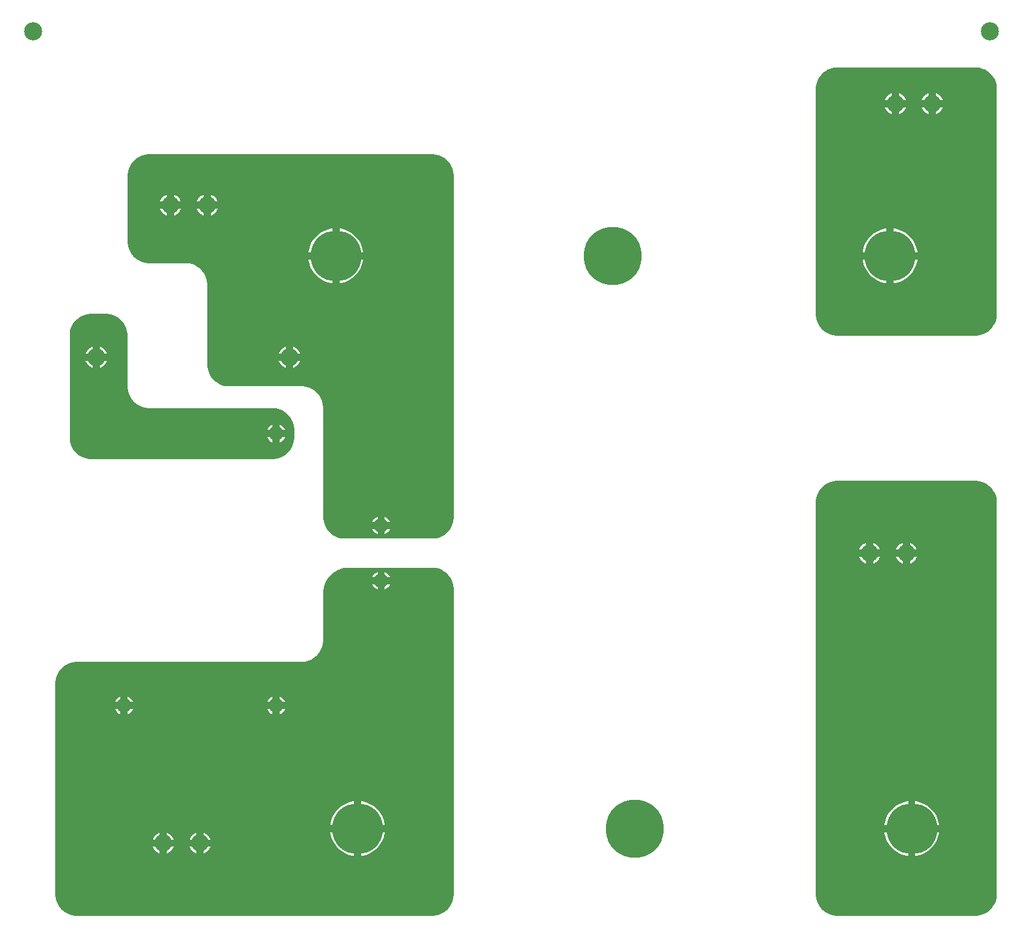
<source format=gtl>
G04 Layer_Physical_Order=1*
G04 Layer_Color=255*
%FSLAX44Y44*%
%MOMM*%
G71*
G01*
G75*
%ADD10C,7.0000*%
%ADD11C,8.0000*%
%ADD12C,2.4130*%
%ADD13C,2.0320*%
%ADD14C,2.5000*%
%ADD15C,2.0000*%
%ADD16C,1.2000*%
G36*
X1130000Y1470000D02*
X1320000D01*
X1320000Y1470000D01*
X1320000Y1470000D01*
X1321966Y1470000D01*
X1325865Y1469487D01*
X1329664Y1468469D01*
X1333297Y1466964D01*
X1336703Y1464998D01*
X1339823Y1462603D01*
X1342603Y1459823D01*
X1344998Y1456703D01*
X1346964Y1453297D01*
X1348469Y1449664D01*
X1349487Y1445865D01*
X1350000Y1441966D01*
Y1440000D01*
X1350000Y1130000D01*
X1350000Y1130000D01*
Y1128034D01*
X1349487Y1124135D01*
X1348469Y1120336D01*
X1346964Y1116703D01*
X1344998Y1113297D01*
X1342603Y1110177D01*
X1339823Y1107396D01*
X1336703Y1105002D01*
X1333297Y1103036D01*
X1329664Y1101531D01*
X1325865Y1100513D01*
X1321966Y1100000D01*
X1320000D01*
X1130000Y1100000D01*
X1130000Y1100000D01*
X1128034Y1100000D01*
X1124135Y1100513D01*
X1120336Y1101531D01*
X1116703Y1103036D01*
X1113297Y1105002D01*
X1110177Y1107396D01*
X1107396Y1110177D01*
X1105002Y1113297D01*
X1103036Y1116703D01*
X1101531Y1120336D01*
X1100513Y1124135D01*
X1100000Y1128034D01*
Y1130000D01*
Y1440000D01*
X1100000Y1441966D01*
X1100513Y1445865D01*
X1101531Y1449664D01*
X1103036Y1453297D01*
X1105002Y1456703D01*
X1107396Y1459823D01*
X1110177Y1462604D01*
X1113297Y1464998D01*
X1116703Y1466964D01*
X1120336Y1468469D01*
X1124135Y1469487D01*
X1128034Y1470000D01*
X1130000Y1470000D01*
D02*
G37*
G36*
X120000Y1130000D02*
X120000Y1130000D01*
X121966Y1130000D01*
X125865Y1129487D01*
X129664Y1128469D01*
X133297Y1126964D01*
X136703Y1124998D01*
X139823Y1122604D01*
X142604Y1119823D01*
X144998Y1116703D01*
X146964Y1113297D01*
X148469Y1109664D01*
X149487Y1105865D01*
X150000Y1101966D01*
X150000Y1100000D01*
X150000Y1030000D01*
X150064Y1028038D01*
X150576Y1024147D01*
X151592Y1020357D01*
X153094Y1016731D01*
X155056Y1013333D01*
X157445Y1010219D01*
X160220Y1007445D01*
X163333Y1005056D01*
X166731Y1003094D01*
X170357Y1001592D01*
X174147Y1000576D01*
X178038Y1000064D01*
X180000Y1000000D01*
X350000Y1000000D01*
X350000Y1000000D01*
X350000Y1000000D01*
X351966Y1000000D01*
X355865Y999486D01*
X359664Y998469D01*
X363297Y996964D01*
X366703Y994998D01*
X369823Y992604D01*
X372603Y989823D01*
X374998Y986703D01*
X376964Y983297D01*
X378469Y979664D01*
X379487Y975865D01*
X380000Y971966D01*
X380000Y970000D01*
X380000Y960000D01*
X380000Y960000D01*
X380000Y958034D01*
X379487Y954135D01*
X378469Y950336D01*
X376964Y946703D01*
X374997Y943297D01*
X372603Y940177D01*
X369823Y937396D01*
X366703Y935002D01*
X363297Y933036D01*
X359664Y931531D01*
X355865Y930513D01*
X351966Y930000D01*
X350000D01*
X100000Y930000D01*
X100000Y930000D01*
X98034Y930000D01*
X94135Y930514D01*
X90336Y931531D01*
X86703Y933036D01*
X83297Y935003D01*
X80177Y937397D01*
X77396Y940177D01*
X75002Y943297D01*
X73036Y946703D01*
X71531Y950336D01*
X70513Y954135D01*
X70000Y958034D01*
Y960000D01*
X70000Y1098804D01*
X70000Y1100000D01*
X70000Y1100000D01*
X70000Y1100000D01*
X70000Y1101966D01*
X70513Y1105865D01*
X71531Y1109664D01*
X73036Y1113297D01*
X75002Y1116703D01*
X77396Y1119823D01*
X80177Y1122604D01*
X83297Y1124998D01*
X86703Y1126964D01*
X90336Y1128469D01*
X94135Y1129487D01*
X98034Y1130000D01*
X100000Y1130000D01*
X120000Y1130000D01*
X120000Y1130000D01*
D02*
G37*
G36*
X570000Y780000D02*
X570000Y780000D01*
X571966Y780000D01*
X575865Y779487D01*
X579664Y778469D01*
X583297Y776964D01*
X586703Y774998D01*
X589823Y772604D01*
X592603Y769823D01*
X594998Y766703D01*
X596964Y763297D01*
X598469Y759664D01*
X599487Y755865D01*
X600000Y751966D01*
X600000Y750000D01*
X600000Y330000D01*
X600000Y330000D01*
Y328034D01*
X599487Y324135D01*
X598469Y320336D01*
X596964Y316703D01*
X594997Y313297D01*
X592603Y310177D01*
X589823Y307396D01*
X586703Y305002D01*
X583297Y303036D01*
X579664Y301531D01*
X575865Y300513D01*
X571966Y300000D01*
X570000D01*
X80000Y300000D01*
X78033Y300000D01*
X74134Y300513D01*
X70336Y301531D01*
X66703Y303036D01*
X63297Y305002D01*
X60177Y307396D01*
X57396Y310177D01*
X55002Y313297D01*
X53036Y316703D01*
X51531Y320336D01*
X50513Y324135D01*
X50000Y328034D01*
X50000Y330000D01*
X50000Y618804D01*
X50000Y620000D01*
X50000Y620000D01*
X50000Y620000D01*
X50000Y620000D01*
X50000Y621966D01*
X50513Y625865D01*
X51531Y629664D01*
X53036Y633297D01*
X55002Y636703D01*
X57396Y639823D01*
X60177Y642604D01*
X63297Y644998D01*
X66703Y646964D01*
X70336Y648469D01*
X74135Y649487D01*
X78034Y650000D01*
X80000Y650000D01*
X390000Y650000D01*
X390000Y650000D01*
Y650000D01*
X391962Y650064D01*
X395853Y650576D01*
X399643Y651592D01*
X403269Y653094D01*
X406667Y655056D01*
X409780Y657445D01*
X412555Y660220D01*
X414944Y663333D01*
X416906Y666731D01*
X418408Y670357D01*
X419423Y674147D01*
X419936Y678038D01*
X420000Y680000D01*
X420000Y743804D01*
X420000Y745000D01*
X420000Y745000D01*
X420000Y745000D01*
X420000Y745000D01*
X420000Y747294D01*
X420599Y751843D01*
X421786Y756274D01*
X423542Y760513D01*
X425836Y764487D01*
X428629Y768127D01*
X431873Y771371D01*
X435513Y774164D01*
X439487Y776458D01*
X443725Y778214D01*
X448157Y779401D01*
X452706Y780000D01*
X455000Y780000D01*
X570000Y780000D01*
X570000Y780000D01*
D02*
G37*
G36*
X570000Y1350000D02*
X570000Y1350000D01*
X571966Y1350000D01*
X575865Y1349487D01*
X579664Y1348469D01*
X583297Y1346964D01*
X586703Y1344998D01*
X589823Y1342603D01*
X592603Y1339823D01*
X594997Y1336703D01*
X596964Y1333297D01*
X598469Y1329664D01*
X599487Y1325865D01*
X600000Y1321966D01*
Y1320000D01*
X600000Y850000D01*
X600000Y850000D01*
X600000Y848033D01*
X599487Y844135D01*
X598469Y840336D01*
X596964Y836703D01*
X594997Y833297D01*
X592603Y830177D01*
X589823Y827396D01*
X586703Y825002D01*
X583297Y823036D01*
X579664Y821531D01*
X575865Y820513D01*
X571966Y820000D01*
X570000Y820000D01*
X450000D01*
X448033Y820000D01*
X444135Y820513D01*
X440336Y821531D01*
X436703Y823036D01*
X433297Y825002D01*
X430177Y827396D01*
X427396Y830177D01*
X425002Y833297D01*
X423036Y836703D01*
X421531Y840336D01*
X420513Y844135D01*
X420000Y848034D01*
X420000Y850000D01*
X420000Y1000000D01*
X420000Y1000000D01*
X420000Y1000000D01*
X419936Y1001962D01*
X419423Y1005853D01*
X418408Y1009643D01*
X416906Y1013269D01*
X414944Y1016667D01*
X412555Y1019780D01*
X409780Y1022555D01*
X406667Y1024944D01*
X403269Y1026906D01*
X399643Y1028408D01*
X395853Y1029424D01*
X391962Y1029936D01*
X390000Y1030000D01*
X290000Y1030000D01*
X290000Y1030000D01*
X288034D01*
X284135Y1030513D01*
X280336Y1031531D01*
X276703Y1033036D01*
X273297Y1035002D01*
X270177Y1037396D01*
X267396Y1040177D01*
X265002Y1043297D01*
X263036Y1046703D01*
X261531Y1050336D01*
X260513Y1054135D01*
X260000Y1058034D01*
Y1060000D01*
X260000Y1170000D01*
X260000Y1170000D01*
X260000Y1170000D01*
X259935Y1171962D01*
X259423Y1175853D01*
X258408Y1179643D01*
X256906Y1183269D01*
X254944Y1186667D01*
X252555Y1189780D01*
X249780Y1192555D01*
X246667Y1194944D01*
X243269Y1196906D01*
X239643Y1198408D01*
X235853Y1199424D01*
X231962Y1199936D01*
X230000Y1200000D01*
X180000Y1200000D01*
X178034D01*
X174135Y1200513D01*
X170336Y1201531D01*
X166703Y1203036D01*
X163297Y1205002D01*
X160177Y1207396D01*
X157396Y1210177D01*
X155002Y1213297D01*
X153036Y1216703D01*
X151531Y1220336D01*
X150513Y1224135D01*
X150000Y1228034D01*
Y1230000D01*
Y1320000D01*
X150000Y1320000D01*
X150000Y1320000D01*
X150000Y1321966D01*
X150513Y1325865D01*
X151531Y1329664D01*
X153036Y1333297D01*
X155002Y1336703D01*
X157396Y1339823D01*
X160177Y1342603D01*
X163297Y1344998D01*
X166703Y1346964D01*
X170336Y1348469D01*
X174135Y1349487D01*
X178034Y1350000D01*
X180000Y1350000D01*
X570000Y1350000D01*
X570000Y1350000D01*
D02*
G37*
G36*
X1320000Y900000D02*
X1321966D01*
X1325865Y899487D01*
X1329664Y898469D01*
X1333297Y896964D01*
X1336703Y894997D01*
X1339823Y892604D01*
X1342603Y889823D01*
X1344998Y886703D01*
X1346964Y883297D01*
X1348469Y879664D01*
X1349487Y875865D01*
X1350000Y871966D01*
X1350000Y870000D01*
X1350000D01*
X1350000Y330000D01*
X1350000Y328034D01*
X1349487Y324135D01*
X1348469Y320336D01*
X1346964Y316703D01*
X1344998Y313297D01*
X1342604Y310177D01*
X1339823Y307396D01*
X1336703Y305002D01*
X1333297Y303036D01*
X1329664Y301531D01*
X1325865Y300513D01*
X1321966Y300000D01*
X1320000Y300000D01*
X1320000Y300000D01*
Y300000D01*
X1128034D01*
X1124135Y300513D01*
X1120336Y301531D01*
X1116703Y303036D01*
X1113297Y305002D01*
X1110177Y307396D01*
X1107396Y310177D01*
X1105002Y313297D01*
X1103036Y316703D01*
X1101531Y320336D01*
X1100513Y324135D01*
X1100000Y328033D01*
Y330000D01*
X1100000Y330000D01*
X1100000Y870000D01*
X1100000Y871966D01*
X1100513Y875865D01*
X1101531Y879664D01*
X1103036Y883297D01*
X1105002Y886703D01*
X1107396Y889823D01*
X1110177Y892604D01*
X1113297Y894997D01*
X1116703Y896964D01*
X1120336Y898469D01*
X1124135Y899487D01*
X1128034Y900000D01*
X1130000Y900000D01*
X1130000Y900000D01*
X1320000Y900000D01*
D02*
G37*
%LPC*%
G36*
X1207500Y1247724D02*
Y1215000D01*
X1240224D01*
X1240148Y1215963D01*
X1238752Y1221779D01*
X1236463Y1227305D01*
X1233338Y1232405D01*
X1229453Y1236953D01*
X1224905Y1240838D01*
X1219805Y1243963D01*
X1214279Y1246252D01*
X1208463Y1247648D01*
X1207500Y1247724D01*
D02*
G37*
G36*
X1255800Y1434226D02*
X1255007Y1433986D01*
X1252390Y1432587D01*
X1250096Y1430704D01*
X1248213Y1428410D01*
X1246814Y1425793D01*
X1246574Y1425000D01*
X1255800D01*
Y1434226D01*
D02*
G37*
G36*
X1205000D02*
X1204207Y1433986D01*
X1201590Y1432587D01*
X1199296Y1430704D01*
X1197413Y1428410D01*
X1196014Y1425793D01*
X1195774Y1425000D01*
X1205000D01*
Y1434226D01*
D02*
G37*
G36*
X1265800Y1434226D02*
Y1425000D01*
X1275026D01*
X1274786Y1425793D01*
X1273387Y1428410D01*
X1271504Y1430704D01*
X1269210Y1432587D01*
X1266593Y1433986D01*
X1265800Y1434226D01*
D02*
G37*
G36*
X1215000D02*
Y1425000D01*
X1224226D01*
X1223986Y1425793D01*
X1222587Y1428410D01*
X1220704Y1430704D01*
X1218410Y1432587D01*
X1215793Y1433986D01*
X1215000Y1434226D01*
D02*
G37*
G36*
X1275026Y1415000D02*
X1265800D01*
Y1405774D01*
X1266593Y1406014D01*
X1269210Y1407413D01*
X1271504Y1409296D01*
X1273387Y1411590D01*
X1274786Y1414207D01*
X1275026Y1415000D01*
D02*
G37*
G36*
X1205000D02*
X1195774D01*
X1196014Y1414207D01*
X1197413Y1411590D01*
X1199296Y1409296D01*
X1201590Y1407413D01*
X1204207Y1406014D01*
X1205000Y1405774D01*
Y1415000D01*
D02*
G37*
G36*
X1224226D02*
X1215000D01*
Y1405774D01*
X1215793Y1406014D01*
X1218410Y1407413D01*
X1220704Y1409296D01*
X1222587Y1411590D01*
X1223986Y1414207D01*
X1224226Y1415000D01*
D02*
G37*
G36*
X1255800D02*
X1246574D01*
X1246814Y1414207D01*
X1248213Y1411590D01*
X1250096Y1409296D01*
X1252390Y1407413D01*
X1255007Y1406014D01*
X1255800Y1405774D01*
Y1415000D01*
D02*
G37*
G36*
X1197500Y1205000D02*
X1164776D01*
X1164852Y1204037D01*
X1166248Y1198221D01*
X1168537Y1192695D01*
X1171662Y1187595D01*
X1175547Y1183047D01*
X1180095Y1179162D01*
X1185195Y1176037D01*
X1190721Y1173748D01*
X1196537Y1172352D01*
X1197500Y1172276D01*
Y1205000D01*
D02*
G37*
G36*
Y1247724D02*
X1196537Y1247648D01*
X1190721Y1246252D01*
X1185195Y1243963D01*
X1180095Y1240838D01*
X1175547Y1236953D01*
X1171662Y1232405D01*
X1168537Y1227305D01*
X1166248Y1221779D01*
X1164852Y1215963D01*
X1164776Y1215000D01*
X1197500D01*
Y1247724D01*
D02*
G37*
G36*
X1240224Y1205000D02*
X1207500D01*
Y1172276D01*
X1208463Y1172352D01*
X1214279Y1173748D01*
X1219805Y1176037D01*
X1224905Y1179162D01*
X1229453Y1183047D01*
X1233338Y1187595D01*
X1236463Y1192695D01*
X1238752Y1198221D01*
X1240148Y1204037D01*
X1240224Y1205000D01*
D02*
G37*
G36*
X101650Y1065000D02*
X91969D01*
X92261Y1064040D01*
X93700Y1061347D01*
X95637Y1058987D01*
X97997Y1057050D01*
X100690Y1055611D01*
X101650Y1055319D01*
Y1065000D01*
D02*
G37*
G36*
X360000Y977173D02*
Y970000D01*
X367173D01*
X366495Y971637D01*
X364386Y974386D01*
X361637Y976495D01*
X360000Y977173D01*
D02*
G37*
G36*
X121331Y1065000D02*
X111650D01*
Y1055319D01*
X112610Y1055611D01*
X115303Y1057050D01*
X117663Y1058987D01*
X119600Y1061347D01*
X121039Y1064040D01*
X121331Y1065000D01*
D02*
G37*
G36*
X350000Y977173D02*
X348363Y976495D01*
X345614Y974386D01*
X343505Y971637D01*
X342827Y970000D01*
X350000D01*
Y977173D01*
D02*
G37*
G36*
X367173Y960000D02*
X360000D01*
Y952827D01*
X361637Y953505D01*
X364386Y955614D01*
X366495Y958363D01*
X367173Y960000D01*
D02*
G37*
G36*
X350000D02*
X342827D01*
X343505Y958363D01*
X345614Y955614D01*
X348363Y953505D01*
X350000Y952827D01*
Y960000D01*
D02*
G37*
G36*
X111650Y1084681D02*
Y1075000D01*
X121331D01*
X121039Y1075960D01*
X119600Y1078653D01*
X117663Y1081013D01*
X115303Y1082950D01*
X112610Y1084389D01*
X111650Y1084681D01*
D02*
G37*
G36*
X101650D02*
X100690Y1084389D01*
X97997Y1082950D01*
X95637Y1081013D01*
X93700Y1078653D01*
X92261Y1075960D01*
X91969Y1075000D01*
X101650D01*
Y1084681D01*
D02*
G37*
G36*
X495000Y773900D02*
X493444Y773255D01*
X490728Y771172D01*
X488644Y768456D01*
X488000Y766900D01*
X495000D01*
Y773900D01*
D02*
G37*
G36*
X505000Y773900D02*
Y766900D01*
X512000D01*
X511356Y768456D01*
X509272Y771172D01*
X506556Y773255D01*
X505000Y773900D01*
D02*
G37*
G36*
X350000Y602173D02*
X348363Y601495D01*
X345614Y599386D01*
X343505Y596637D01*
X342827Y595000D01*
X350000D01*
Y602173D01*
D02*
G37*
G36*
X150000D02*
Y595000D01*
X157173D01*
X156495Y596637D01*
X154386Y599386D01*
X151637Y601495D01*
X150000Y602173D01*
D02*
G37*
G36*
X360000D02*
Y595000D01*
X367173D01*
X366495Y596637D01*
X364386Y599386D01*
X361637Y601495D01*
X360000Y602173D01*
D02*
G37*
G36*
X495000Y756900D02*
X488000D01*
X488644Y755344D01*
X490728Y752628D01*
X493444Y750545D01*
X495000Y749900D01*
Y756900D01*
D02*
G37*
G36*
X512000D02*
X505000D01*
Y749900D01*
X506556Y750545D01*
X509272Y752628D01*
X511356Y755344D01*
X512000Y756900D01*
D02*
G37*
G36*
X140000Y602173D02*
X138363Y601495D01*
X135614Y599386D01*
X133505Y596637D01*
X132827Y595000D01*
X140000D01*
Y602173D01*
D02*
G37*
G36*
X213426Y395000D02*
X204200D01*
Y385774D01*
X204993Y386014D01*
X207610Y387413D01*
X209904Y389296D01*
X211787Y391590D01*
X213186Y394207D01*
X213426Y395000D01*
D02*
G37*
G36*
X245000D02*
X235774D01*
X236014Y394207D01*
X237413Y391590D01*
X239296Y389296D01*
X241590Y387413D01*
X244207Y386014D01*
X245000Y385774D01*
Y395000D01*
D02*
G37*
G36*
X264226D02*
X255000D01*
Y385774D01*
X255793Y386014D01*
X258410Y387413D01*
X260704Y389296D01*
X262587Y391590D01*
X263986Y394207D01*
X264226Y395000D01*
D02*
G37*
G36*
X245000Y414226D02*
X244207Y413986D01*
X241590Y412587D01*
X239296Y410704D01*
X237413Y408410D01*
X236014Y405793D01*
X235774Y405000D01*
X245000D01*
Y414226D01*
D02*
G37*
G36*
X194200D02*
X193407Y413986D01*
X190790Y412587D01*
X188496Y410704D01*
X186613Y408410D01*
X185214Y405793D01*
X184974Y405000D01*
X194200D01*
Y414226D01*
D02*
G37*
G36*
X505224Y415000D02*
X472500D01*
Y382276D01*
X473463Y382352D01*
X479279Y383748D01*
X484805Y386037D01*
X489905Y389162D01*
X494453Y393047D01*
X498338Y397595D01*
X501463Y402695D01*
X503752Y408221D01*
X505148Y414037D01*
X505224Y415000D01*
D02*
G37*
G36*
X462500D02*
X429776D01*
X429852Y414037D01*
X431248Y408221D01*
X433537Y402695D01*
X436662Y397595D01*
X440547Y393047D01*
X445095Y389162D01*
X450195Y386037D01*
X455721Y383748D01*
X461537Y382352D01*
X462500Y382276D01*
Y415000D01*
D02*
G37*
G36*
X194200Y395000D02*
X184974D01*
X185214Y394207D01*
X186613Y391590D01*
X188496Y389296D01*
X190790Y387413D01*
X193407Y386014D01*
X194200Y385774D01*
Y395000D01*
D02*
G37*
G36*
X140000Y585000D02*
X132827D01*
X133505Y583363D01*
X135614Y580614D01*
X138363Y578505D01*
X140000Y577827D01*
Y585000D01*
D02*
G37*
G36*
X350000D02*
X342827D01*
X343505Y583363D01*
X345614Y580614D01*
X348363Y578505D01*
X350000Y577827D01*
Y585000D01*
D02*
G37*
G36*
X157173D02*
X150000D01*
Y577827D01*
X151637Y578505D01*
X154386Y580614D01*
X156495Y583363D01*
X157173Y585000D01*
D02*
G37*
G36*
X367173D02*
X360000D01*
Y577827D01*
X361637Y578505D01*
X364386Y580614D01*
X366495Y583363D01*
X367173Y585000D01*
D02*
G37*
G36*
X255000Y414226D02*
Y405000D01*
X264226D01*
X263986Y405793D01*
X262587Y408410D01*
X260704Y410704D01*
X258410Y412587D01*
X255793Y413986D01*
X255000Y414226D01*
D02*
G37*
G36*
X204200D02*
Y405000D01*
X213426D01*
X213186Y405793D01*
X211787Y408410D01*
X209904Y410704D01*
X207610Y412587D01*
X204993Y413986D01*
X204200Y414226D01*
D02*
G37*
G36*
X462500Y457724D02*
X461537Y457648D01*
X455721Y456252D01*
X450195Y453963D01*
X445095Y450838D01*
X440547Y446953D01*
X436662Y442405D01*
X433537Y437305D01*
X431248Y431779D01*
X429852Y425963D01*
X429776Y425000D01*
X462500D01*
Y457724D01*
D02*
G37*
G36*
X472500D02*
Y425000D01*
X505224D01*
X505148Y425963D01*
X503752Y431779D01*
X501463Y437305D01*
X498338Y442405D01*
X494453Y446953D01*
X489905Y450838D01*
X484805Y453963D01*
X479279Y456252D01*
X473463Y457648D01*
X472500Y457724D01*
D02*
G37*
G36*
X495000Y833100D02*
X488000D01*
X488644Y831544D01*
X490728Y828828D01*
X493444Y826745D01*
X495000Y826100D01*
Y833100D01*
D02*
G37*
G36*
X512000D02*
X505000D01*
Y826100D01*
X506556Y826745D01*
X509272Y828828D01*
X511356Y831544D01*
X512000Y833100D01*
D02*
G37*
G36*
X274226Y1275000D02*
X265000D01*
Y1265774D01*
X265793Y1266014D01*
X268410Y1267413D01*
X270704Y1269296D01*
X272587Y1271590D01*
X273986Y1274207D01*
X274226Y1275000D01*
D02*
G37*
G36*
X223426D02*
X214200D01*
Y1265774D01*
X214993Y1266014D01*
X217610Y1267413D01*
X219904Y1269296D01*
X221787Y1271590D01*
X223186Y1274207D01*
X223426Y1275000D01*
D02*
G37*
G36*
X204200Y1294226D02*
X203407Y1293986D01*
X200790Y1292587D01*
X198496Y1290704D01*
X196613Y1288410D01*
X195214Y1285793D01*
X194974Y1285000D01*
X204200D01*
Y1294226D01*
D02*
G37*
G36*
X255000D02*
X254207Y1293986D01*
X251590Y1292587D01*
X249296Y1290704D01*
X247413Y1288410D01*
X246014Y1285793D01*
X245774Y1285000D01*
X255000D01*
Y1294226D01*
D02*
G37*
G36*
Y1275000D02*
X245774D01*
X246014Y1274207D01*
X247413Y1271590D01*
X249296Y1269296D01*
X251590Y1267413D01*
X254207Y1266014D01*
X255000Y1265774D01*
Y1275000D01*
D02*
G37*
G36*
X432500Y1247724D02*
X431537Y1247648D01*
X425721Y1246252D01*
X420195Y1243963D01*
X415095Y1240838D01*
X410547Y1236953D01*
X406662Y1232405D01*
X403537Y1227305D01*
X401248Y1221779D01*
X399852Y1215963D01*
X399776Y1215000D01*
X432500D01*
Y1247724D01*
D02*
G37*
G36*
X204200Y1275000D02*
X194974D01*
X195214Y1274207D01*
X196613Y1271590D01*
X198496Y1269296D01*
X200790Y1267413D01*
X203407Y1266014D01*
X204200Y1265774D01*
Y1275000D01*
D02*
G37*
G36*
X442500Y1247724D02*
Y1215000D01*
X475224D01*
X475148Y1215963D01*
X473752Y1221779D01*
X471463Y1227305D01*
X468338Y1232405D01*
X464453Y1236953D01*
X459905Y1240838D01*
X454805Y1243963D01*
X449279Y1246252D01*
X443463Y1247648D01*
X442500Y1247724D01*
D02*
G37*
G36*
X265000Y1294226D02*
Y1285000D01*
X274226D01*
X273986Y1285793D01*
X272587Y1288410D01*
X270704Y1290704D01*
X268410Y1292587D01*
X265793Y1293986D01*
X265000Y1294226D01*
D02*
G37*
G36*
X214200D02*
Y1285000D01*
X223426D01*
X223186Y1285793D01*
X221787Y1288410D01*
X219904Y1290704D01*
X217610Y1292587D01*
X214993Y1293986D01*
X214200Y1294226D01*
D02*
G37*
G36*
X368350Y1065000D02*
X358669D01*
X358961Y1064040D01*
X360400Y1061347D01*
X362337Y1058987D01*
X364697Y1057050D01*
X367390Y1055611D01*
X368350Y1055319D01*
Y1065000D01*
D02*
G37*
G36*
X505000Y850100D02*
Y843100D01*
X512000D01*
X511356Y844656D01*
X509272Y847372D01*
X506556Y849455D01*
X505000Y850100D01*
D02*
G37*
G36*
X495000Y850100D02*
X493444Y849455D01*
X490728Y847372D01*
X488644Y844656D01*
X488000Y843100D01*
X495000D01*
Y850100D01*
D02*
G37*
G36*
X388031Y1065000D02*
X378350D01*
Y1055319D01*
X379310Y1055611D01*
X382003Y1057050D01*
X384363Y1058987D01*
X386300Y1061347D01*
X387739Y1064040D01*
X388031Y1065000D01*
D02*
G37*
G36*
X475224Y1205000D02*
X442500D01*
Y1172276D01*
X443463Y1172352D01*
X449279Y1173748D01*
X454805Y1176037D01*
X459905Y1179162D01*
X464453Y1183047D01*
X468338Y1187595D01*
X471463Y1192695D01*
X473752Y1198221D01*
X475148Y1204037D01*
X475224Y1205000D01*
D02*
G37*
G36*
X432500D02*
X399776D01*
X399852Y1204037D01*
X401248Y1198221D01*
X403537Y1192695D01*
X406662Y1187595D01*
X410547Y1183047D01*
X415095Y1179162D01*
X420195Y1176037D01*
X425721Y1173748D01*
X431537Y1172352D01*
X432500Y1172276D01*
Y1205000D01*
D02*
G37*
G36*
X378350Y1084681D02*
Y1075000D01*
X388031D01*
X387739Y1075960D01*
X386300Y1078653D01*
X384363Y1081013D01*
X382003Y1082950D01*
X379310Y1084389D01*
X378350Y1084681D01*
D02*
G37*
G36*
X368350D02*
X367390Y1084389D01*
X364697Y1082950D01*
X362337Y1081013D01*
X360400Y1078653D01*
X358961Y1075960D01*
X358669Y1075000D01*
X368350D01*
Y1084681D01*
D02*
G37*
G36*
X1179200Y814226D02*
Y805000D01*
X1188426D01*
X1188186Y805793D01*
X1186787Y808410D01*
X1184904Y810704D01*
X1182610Y812587D01*
X1179993Y813986D01*
X1179200Y814226D01*
D02*
G37*
G36*
X1220000Y814226D02*
X1219207Y813986D01*
X1216590Y812587D01*
X1214296Y810704D01*
X1212413Y808410D01*
X1211014Y805793D01*
X1210774Y805000D01*
X1220000D01*
Y814226D01*
D02*
G37*
G36*
X1230000Y814226D02*
Y805000D01*
X1239226D01*
X1238986Y805793D01*
X1237587Y808410D01*
X1235704Y810704D01*
X1233410Y812587D01*
X1230793Y813986D01*
X1230000Y814226D01*
D02*
G37*
G36*
X1169200Y814226D02*
X1168407Y813986D01*
X1165790Y812587D01*
X1163496Y810704D01*
X1161613Y808410D01*
X1160214Y805793D01*
X1159974Y805000D01*
X1169200D01*
Y814226D01*
D02*
G37*
G36*
X1239226Y795000D02*
X1230000D01*
Y785774D01*
X1230793Y786014D01*
X1233410Y787413D01*
X1235704Y789296D01*
X1237587Y791590D01*
X1238986Y794207D01*
X1239226Y795000D01*
D02*
G37*
G36*
X1188426D02*
X1179200D01*
Y785774D01*
X1179993Y786014D01*
X1182610Y787413D01*
X1184904Y789296D01*
X1186787Y791590D01*
X1188186Y794207D01*
X1188426Y795000D01*
D02*
G37*
G36*
X1220000D02*
X1210774D01*
X1211014Y794207D01*
X1212413Y791590D01*
X1214296Y789296D01*
X1216590Y787413D01*
X1219207Y786014D01*
X1220000Y785774D01*
Y795000D01*
D02*
G37*
G36*
X1169200D02*
X1159974D01*
X1160214Y794207D01*
X1161613Y791590D01*
X1163496Y789296D01*
X1165790Y787413D01*
X1168407Y786014D01*
X1169200Y785774D01*
Y795000D01*
D02*
G37*
G36*
X1227500Y415000D02*
X1194776D01*
X1194852Y414037D01*
X1196248Y408221D01*
X1198537Y402695D01*
X1201662Y397595D01*
X1205547Y393047D01*
X1210095Y389162D01*
X1215195Y386037D01*
X1220721Y383748D01*
X1226537Y382352D01*
X1227500Y382276D01*
Y415000D01*
D02*
G37*
G36*
X1270224D02*
X1237500D01*
Y382276D01*
X1238463Y382352D01*
X1244279Y383748D01*
X1249805Y386037D01*
X1254905Y389162D01*
X1259453Y393047D01*
X1263338Y397595D01*
X1266463Y402695D01*
X1268752Y408221D01*
X1270148Y414037D01*
X1270224Y415000D01*
D02*
G37*
G36*
X1237500Y457724D02*
Y425000D01*
X1270224D01*
X1270148Y425963D01*
X1268752Y431779D01*
X1266463Y437305D01*
X1263338Y442405D01*
X1259453Y446953D01*
X1254905Y450838D01*
X1249805Y453963D01*
X1244279Y456252D01*
X1238463Y457648D01*
X1237500Y457724D01*
D02*
G37*
G36*
X1227500D02*
X1226537Y457648D01*
X1220721Y456252D01*
X1215195Y453963D01*
X1210095Y450838D01*
X1205547Y446953D01*
X1201662Y442405D01*
X1198537Y437305D01*
X1196248Y431779D01*
X1194852Y425963D01*
X1194776Y425000D01*
X1227500D01*
Y457724D01*
D02*
G37*
%LPD*%
D10*
X437500Y1210000D02*
D03*
X1202500D02*
D03*
X467500Y420000D02*
D03*
X1232500D02*
D03*
D11*
X820000Y1210000D02*
D03*
X850000Y420000D02*
D03*
D12*
X1225000Y800000D02*
D03*
X1174200D02*
D03*
X260000Y1280000D02*
D03*
X209200D02*
D03*
X1260800Y1420000D02*
D03*
X1210000D02*
D03*
X250000Y400000D02*
D03*
X199200D02*
D03*
D13*
X355000Y590000D02*
D03*
Y965000D02*
D03*
X145000Y590000D02*
D03*
Y965000D02*
D03*
D14*
X106650Y1070000D02*
D03*
X373350D02*
D03*
X1340000Y1520000D02*
D03*
X20000D02*
D03*
D15*
X500000Y838100D02*
D03*
Y761900D02*
D03*
D16*
X1335999Y826000D02*
D03*
Y796000D02*
D03*
Y766000D02*
D03*
Y736000D02*
D03*
Y706000D02*
D03*
X1305999Y856000D02*
D03*
Y826000D02*
D03*
Y796000D02*
D03*
Y766000D02*
D03*
Y736000D02*
D03*
Y706000D02*
D03*
Y676000D02*
D03*
X1276000Y856000D02*
D03*
Y826000D02*
D03*
Y796000D02*
D03*
Y766000D02*
D03*
Y736000D02*
D03*
Y706000D02*
D03*
Y676000D02*
D03*
X1246000Y856000D02*
D03*
Y826000D02*
D03*
Y796000D02*
D03*
Y766000D02*
D03*
Y736000D02*
D03*
Y706000D02*
D03*
Y676000D02*
D03*
X1216000Y856000D02*
D03*
Y826000D02*
D03*
Y766000D02*
D03*
Y736000D02*
D03*
Y706000D02*
D03*
Y676000D02*
D03*
X1186000Y856000D02*
D03*
Y826000D02*
D03*
Y766000D02*
D03*
Y736000D02*
D03*
Y706000D02*
D03*
Y676000D02*
D03*
X1156000Y856000D02*
D03*
Y826000D02*
D03*
Y766000D02*
D03*
Y736000D02*
D03*
Y706000D02*
D03*
Y676000D02*
D03*
X1126000Y826000D02*
D03*
Y796000D02*
D03*
Y766000D02*
D03*
Y736000D02*
D03*
Y706000D02*
D03*
X1335999Y1425999D02*
D03*
Y1395999D02*
D03*
Y1365999D02*
D03*
Y1335999D02*
D03*
Y1305999D02*
D03*
Y1276000D02*
D03*
Y1246000D02*
D03*
Y1216000D02*
D03*
Y1186000D02*
D03*
Y1156000D02*
D03*
X1305999Y1455999D02*
D03*
Y1425999D02*
D03*
Y1395999D02*
D03*
Y1365999D02*
D03*
Y1335999D02*
D03*
Y1305999D02*
D03*
Y1276000D02*
D03*
Y1246000D02*
D03*
Y1216000D02*
D03*
Y1186000D02*
D03*
Y1156000D02*
D03*
Y1126000D02*
D03*
X1276000Y1455999D02*
D03*
Y1395999D02*
D03*
Y1365999D02*
D03*
Y1335999D02*
D03*
Y1305999D02*
D03*
Y1276000D02*
D03*
Y1246000D02*
D03*
Y1216000D02*
D03*
Y1186000D02*
D03*
Y1156000D02*
D03*
Y1126000D02*
D03*
X1246000Y1455999D02*
D03*
Y1395999D02*
D03*
Y1365999D02*
D03*
Y1335999D02*
D03*
Y1305999D02*
D03*
Y1276000D02*
D03*
Y1246000D02*
D03*
Y1186000D02*
D03*
Y1156000D02*
D03*
Y1126000D02*
D03*
X1216000Y1455999D02*
D03*
Y1395999D02*
D03*
Y1365999D02*
D03*
Y1335999D02*
D03*
Y1305999D02*
D03*
Y1276000D02*
D03*
Y1156000D02*
D03*
Y1126000D02*
D03*
X1186000Y1455999D02*
D03*
Y1425999D02*
D03*
Y1395999D02*
D03*
Y1365999D02*
D03*
Y1335999D02*
D03*
Y1305999D02*
D03*
Y1276000D02*
D03*
Y1156000D02*
D03*
Y1126000D02*
D03*
X1156000Y1455999D02*
D03*
Y1425999D02*
D03*
Y1395999D02*
D03*
Y1365999D02*
D03*
Y1335999D02*
D03*
Y1305999D02*
D03*
Y1276000D02*
D03*
Y1246000D02*
D03*
Y1216000D02*
D03*
Y1186000D02*
D03*
Y1156000D02*
D03*
Y1126000D02*
D03*
X1126000Y1425999D02*
D03*
Y1395999D02*
D03*
Y1365999D02*
D03*
Y1335999D02*
D03*
Y1305999D02*
D03*
Y1276000D02*
D03*
Y1246000D02*
D03*
Y1216000D02*
D03*
Y1186000D02*
D03*
Y1156000D02*
D03*
X1120000Y375000D02*
D03*
Y405000D02*
D03*
Y435000D02*
D03*
Y465000D02*
D03*
Y495000D02*
D03*
X1150000Y345000D02*
D03*
Y375000D02*
D03*
Y405000D02*
D03*
Y435000D02*
D03*
Y465000D02*
D03*
Y495000D02*
D03*
Y525000D02*
D03*
X1180000Y345000D02*
D03*
Y495000D02*
D03*
Y525000D02*
D03*
X1210000Y345000D02*
D03*
Y495000D02*
D03*
Y525000D02*
D03*
X1240000Y345000D02*
D03*
Y495000D02*
D03*
Y525000D02*
D03*
X1270000Y345000D02*
D03*
Y495000D02*
D03*
Y525000D02*
D03*
X1300000Y345000D02*
D03*
Y375000D02*
D03*
Y405000D02*
D03*
Y435000D02*
D03*
Y465000D02*
D03*
Y495000D02*
D03*
Y525000D02*
D03*
X1330000Y375000D02*
D03*
Y405000D02*
D03*
Y435000D02*
D03*
Y465000D02*
D03*
Y495000D02*
D03*
X166000Y1216000D02*
D03*
Y1246000D02*
D03*
Y1276000D02*
D03*
Y1305999D02*
D03*
Y1335999D02*
D03*
X196000Y1216000D02*
D03*
Y1246000D02*
D03*
Y1305999D02*
D03*
Y1335999D02*
D03*
X226000Y1246000D02*
D03*
Y1305999D02*
D03*
Y1335999D02*
D03*
X256000Y1216000D02*
D03*
Y1246000D02*
D03*
Y1305999D02*
D03*
Y1335999D02*
D03*
X286000Y1216000D02*
D03*
Y1246000D02*
D03*
Y1276000D02*
D03*
Y1305999D02*
D03*
Y1335999D02*
D03*
X376000Y1126000D02*
D03*
Y1156000D02*
D03*
Y1186000D02*
D03*
Y1216000D02*
D03*
Y1246000D02*
D03*
Y1276000D02*
D03*
Y1305999D02*
D03*
X406000Y1126000D02*
D03*
Y1156000D02*
D03*
Y1246000D02*
D03*
Y1276000D02*
D03*
Y1305999D02*
D03*
X436000Y1126000D02*
D03*
Y1156000D02*
D03*
Y1276000D02*
D03*
Y1305999D02*
D03*
X466000Y1126000D02*
D03*
Y1156000D02*
D03*
Y1246000D02*
D03*
Y1276000D02*
D03*
Y1305999D02*
D03*
X496000Y1126000D02*
D03*
Y1156000D02*
D03*
Y1186000D02*
D03*
Y1216000D02*
D03*
Y1246000D02*
D03*
Y1276000D02*
D03*
Y1305999D02*
D03*
X76000Y316000D02*
D03*
Y346000D02*
D03*
Y376000D02*
D03*
Y406000D02*
D03*
Y436000D02*
D03*
Y466000D02*
D03*
X106000Y316000D02*
D03*
Y346000D02*
D03*
Y376000D02*
D03*
Y406000D02*
D03*
Y436000D02*
D03*
Y466000D02*
D03*
X136000Y316000D02*
D03*
Y346000D02*
D03*
Y376000D02*
D03*
Y406000D02*
D03*
Y436000D02*
D03*
Y466000D02*
D03*
X166000Y316000D02*
D03*
Y346000D02*
D03*
Y376000D02*
D03*
Y406000D02*
D03*
Y436000D02*
D03*
Y466000D02*
D03*
X196000Y316000D02*
D03*
Y346000D02*
D03*
Y376000D02*
D03*
Y436000D02*
D03*
Y466000D02*
D03*
X226000Y316000D02*
D03*
Y436000D02*
D03*
Y466000D02*
D03*
X256000Y316000D02*
D03*
Y346000D02*
D03*
Y376000D02*
D03*
Y436000D02*
D03*
Y466000D02*
D03*
X286000Y316000D02*
D03*
Y346000D02*
D03*
Y376000D02*
D03*
Y406000D02*
D03*
Y436000D02*
D03*
Y466000D02*
D03*
X316000Y316000D02*
D03*
Y346000D02*
D03*
Y376000D02*
D03*
Y406000D02*
D03*
Y436000D02*
D03*
Y466000D02*
D03*
X346000Y316000D02*
D03*
Y346000D02*
D03*
Y376000D02*
D03*
Y406000D02*
D03*
Y436000D02*
D03*
Y466000D02*
D03*
X376000Y316000D02*
D03*
Y346000D02*
D03*
Y376000D02*
D03*
Y406000D02*
D03*
Y436000D02*
D03*
Y466000D02*
D03*
X406000Y316000D02*
D03*
Y346000D02*
D03*
Y376000D02*
D03*
Y406000D02*
D03*
Y436000D02*
D03*
Y466000D02*
D03*
X436000Y316000D02*
D03*
Y346000D02*
D03*
Y376000D02*
D03*
Y466000D02*
D03*
X466000Y316000D02*
D03*
Y346000D02*
D03*
Y376000D02*
D03*
Y466000D02*
D03*
X496000Y316000D02*
D03*
Y346000D02*
D03*
Y376000D02*
D03*
Y466000D02*
D03*
X526000Y316000D02*
D03*
Y346000D02*
D03*
Y376000D02*
D03*
Y406000D02*
D03*
Y436000D02*
D03*
Y466000D02*
D03*
X556000Y316000D02*
D03*
Y346000D02*
D03*
Y376000D02*
D03*
Y406000D02*
D03*
Y436000D02*
D03*
Y466000D02*
D03*
X586000Y316000D02*
D03*
Y346000D02*
D03*
Y376000D02*
D03*
Y406000D02*
D03*
Y436000D02*
D03*
Y466000D02*
D03*
M02*

</source>
